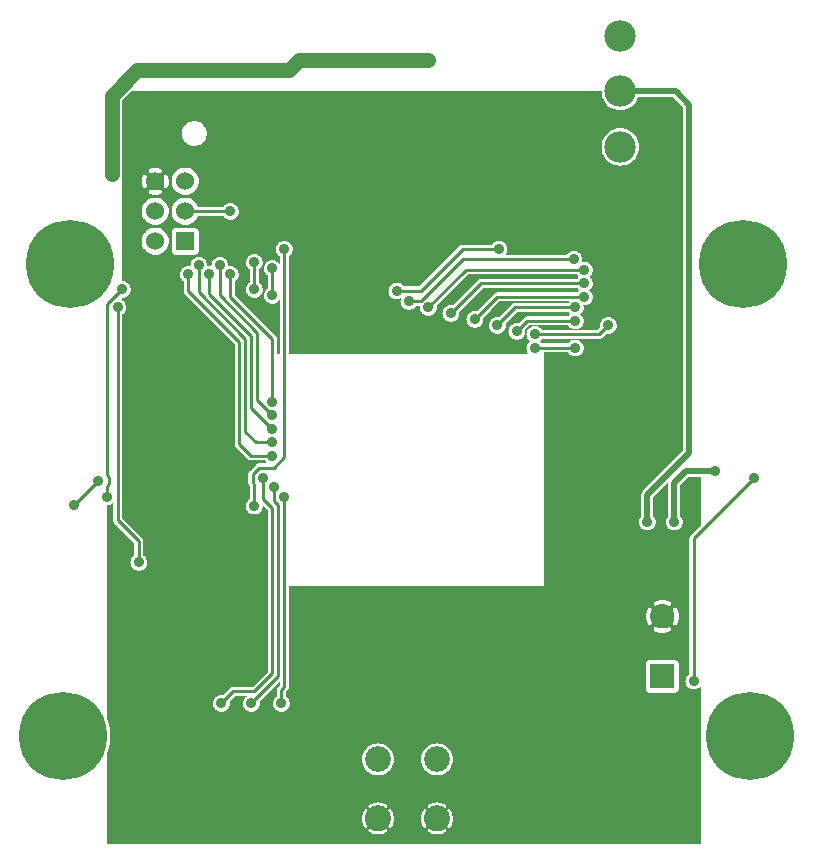
<source format=gbr>
G04 start of page 3 for group 1 idx 1 *
G04 Title: (unknown), bottom *
G04 Creator: pcb 20110918 *
G04 CreationDate: Thu 09 Jul 2015 02:06:34 AM GMT UTC *
G04 For: petersen *
G04 Format: Gerber/RS-274X *
G04 PCB-Dimensions: 269500 307800 *
G04 PCB-Coordinate-Origin: lower left *
%MOIN*%
%FSLAX25Y25*%
%LNBOTTOM*%
%ADD58C,0.0750*%
%ADD57C,0.0480*%
%ADD56C,0.0430*%
%ADD55C,0.0630*%
%ADD54C,0.0380*%
%ADD53C,0.1285*%
%ADD52C,0.0360*%
%ADD51C,0.1050*%
%ADD50C,0.0800*%
%ADD49C,0.0860*%
%ADD48C,0.0600*%
%ADD47C,0.2937*%
%ADD46C,0.0200*%
%ADD45C,0.0500*%
%ADD44C,0.0100*%
%ADD43C,0.0001*%
G54D43*G36*
X233000Y60021D02*Y6800D01*
X224493D01*
Y57380D01*
X224683Y57459D01*
X224884Y57583D01*
X225064Y57736D01*
X225217Y57916D01*
X225341Y58117D01*
X225431Y58335D01*
X225486Y58565D01*
X225500Y58800D01*
X225486Y67035D01*
X225431Y67265D01*
X225341Y67483D01*
X225217Y67684D01*
X225064Y67864D01*
X224884Y68017D01*
X224683Y68141D01*
X224493Y68220D01*
Y79945D01*
X224578Y79981D01*
X224679Y80043D01*
X224769Y80119D01*
X224845Y80209D01*
X224905Y80311D01*
X225122Y80780D01*
X225289Y81269D01*
X225409Y81772D01*
X225482Y82284D01*
X225506Y82800D01*
X225482Y83316D01*
X225409Y83828D01*
X225289Y84331D01*
X225122Y84820D01*
X224910Y85292D01*
X224849Y85393D01*
X224772Y85484D01*
X224682Y85561D01*
X224580Y85623D01*
X224493Y85660D01*
Y92800D01*
X229000D01*
Y63665D01*
X228849Y63572D01*
X228514Y63286D01*
X228228Y62951D01*
X227997Y62575D01*
X227829Y62168D01*
X227726Y61739D01*
X227691Y61300D01*
X227726Y60861D01*
X227829Y60432D01*
X227997Y60025D01*
X228228Y59649D01*
X228514Y59314D01*
X228849Y59028D01*
X229225Y58797D01*
X229632Y58629D01*
X230061Y58526D01*
X230500Y58491D01*
X230939Y58526D01*
X231368Y58629D01*
X231775Y58797D01*
X232151Y59028D01*
X232486Y59314D01*
X232772Y59649D01*
X233000Y60021D01*
G37*
G36*
X224493Y68220D02*X224465Y68231D01*
X224235Y68286D01*
X224000Y68300D01*
X220000Y68293D01*
Y77294D01*
X220516Y77318D01*
X221028Y77391D01*
X221531Y77511D01*
X222020Y77678D01*
X222492Y77890D01*
X222593Y77951D01*
X222684Y78028D01*
X222761Y78118D01*
X222823Y78220D01*
X222869Y78329D01*
X222897Y78445D01*
X222906Y78563D01*
X222897Y78681D01*
X222870Y78797D01*
X222824Y78907D01*
X222762Y79008D01*
X222686Y79098D01*
X222595Y79176D01*
X222494Y79238D01*
X222385Y79284D01*
X222269Y79311D01*
X222151Y79321D01*
X222032Y79312D01*
X221917Y79284D01*
X221808Y79237D01*
X221468Y79079D01*
X221112Y78958D01*
X220747Y78870D01*
X220375Y78818D01*
X220000Y78800D01*
Y86800D01*
X220375Y86782D01*
X220747Y86730D01*
X221112Y86642D01*
X221468Y86521D01*
X221810Y86367D01*
X221918Y86320D01*
X222033Y86293D01*
X222151Y86283D01*
X222268Y86293D01*
X222383Y86321D01*
X222492Y86366D01*
X222593Y86428D01*
X222682Y86505D01*
X222759Y86595D01*
X222820Y86695D01*
X222865Y86804D01*
X222893Y86919D01*
X222902Y87037D01*
X222892Y87155D01*
X222865Y87269D01*
X222819Y87378D01*
X222757Y87479D01*
X222681Y87569D01*
X222591Y87645D01*
X222489Y87705D01*
X222020Y87922D01*
X221531Y88089D01*
X221028Y88209D01*
X220516Y88282D01*
X220000Y88306D01*
Y92800D01*
X224493D01*
Y85660D01*
X224471Y85669D01*
X224355Y85697D01*
X224237Y85706D01*
X224119Y85697D01*
X224003Y85670D01*
X223893Y85624D01*
X223792Y85562D01*
X223702Y85486D01*
X223624Y85395D01*
X223562Y85294D01*
X223516Y85185D01*
X223489Y85069D01*
X223479Y84951D01*
X223488Y84832D01*
X223516Y84717D01*
X223563Y84608D01*
X223721Y84268D01*
X223842Y83912D01*
X223930Y83547D01*
X223982Y83175D01*
X224000Y82800D01*
X223982Y82425D01*
X223930Y82053D01*
X223842Y81688D01*
X223721Y81332D01*
X223567Y80990D01*
X223520Y80882D01*
X223493Y80767D01*
X223483Y80649D01*
X223493Y80532D01*
X223521Y80417D01*
X223566Y80308D01*
X223628Y80207D01*
X223705Y80118D01*
X223795Y80041D01*
X223895Y79980D01*
X224004Y79935D01*
X224119Y79907D01*
X224237Y79898D01*
X224355Y79908D01*
X224469Y79935D01*
X224493Y79945D01*
Y68220D01*
G37*
G36*
Y6800D02*X220000D01*
Y57307D01*
X224235Y57314D01*
X224465Y57369D01*
X224493Y57380D01*
Y6800D01*
G37*
G36*
X215507Y92800D02*X220000D01*
Y88306D01*
X219484Y88282D01*
X218972Y88209D01*
X218469Y88089D01*
X217980Y87922D01*
X217508Y87710D01*
X217407Y87649D01*
X217316Y87572D01*
X217239Y87482D01*
X217177Y87380D01*
X217131Y87271D01*
X217103Y87155D01*
X217094Y87037D01*
X217103Y86919D01*
X217130Y86803D01*
X217176Y86693D01*
X217238Y86592D01*
X217314Y86502D01*
X217405Y86424D01*
X217506Y86362D01*
X217615Y86316D01*
X217731Y86289D01*
X217849Y86279D01*
X217968Y86288D01*
X218083Y86316D01*
X218192Y86363D01*
X218532Y86521D01*
X218888Y86642D01*
X219253Y86730D01*
X219625Y86782D01*
X220000Y86800D01*
Y78800D01*
X219625Y78818D01*
X219253Y78870D01*
X218888Y78958D01*
X218532Y79079D01*
X218190Y79233D01*
X218082Y79280D01*
X217967Y79307D01*
X217849Y79317D01*
X217732Y79307D01*
X217617Y79279D01*
X217508Y79234D01*
X217407Y79172D01*
X217318Y79095D01*
X217241Y79005D01*
X217180Y78905D01*
X217135Y78796D01*
X217107Y78681D01*
X217098Y78563D01*
X217108Y78445D01*
X217135Y78331D01*
X217181Y78222D01*
X217243Y78121D01*
X217319Y78031D01*
X217409Y77955D01*
X217511Y77895D01*
X217980Y77678D01*
X218469Y77511D01*
X218972Y77391D01*
X219484Y77318D01*
X220000Y77294D01*
Y68293D01*
X215765Y68286D01*
X215535Y68231D01*
X215507Y68220D01*
Y79940D01*
X215529Y79931D01*
X215645Y79903D01*
X215763Y79894D01*
X215881Y79903D01*
X215997Y79930D01*
X216107Y79976D01*
X216208Y80038D01*
X216298Y80114D01*
X216376Y80205D01*
X216438Y80306D01*
X216484Y80415D01*
X216511Y80531D01*
X216521Y80649D01*
X216512Y80768D01*
X216484Y80883D01*
X216437Y80992D01*
X216279Y81332D01*
X216158Y81688D01*
X216070Y82053D01*
X216018Y82425D01*
X216000Y82800D01*
X216018Y83175D01*
X216070Y83547D01*
X216158Y83912D01*
X216279Y84268D01*
X216433Y84610D01*
X216480Y84718D01*
X216507Y84833D01*
X216517Y84951D01*
X216507Y85068D01*
X216479Y85183D01*
X216434Y85292D01*
X216372Y85393D01*
X216295Y85482D01*
X216205Y85559D01*
X216105Y85620D01*
X215996Y85665D01*
X215881Y85693D01*
X215763Y85702D01*
X215645Y85692D01*
X215531Y85665D01*
X215507Y85655D01*
Y92800D01*
G37*
G36*
X220000Y6800D02*X215507D01*
Y57380D01*
X215535Y57369D01*
X215765Y57314D01*
X216000Y57300D01*
X220000Y57307D01*
Y6800D01*
G37*
G36*
X215507D02*X149252D01*
Y12521D01*
X149285Y12566D01*
X149528Y12968D01*
X149730Y13393D01*
X149894Y13835D01*
X150018Y14289D01*
X150101Y14753D01*
X150143Y15222D01*
Y15692D01*
X150101Y16161D01*
X150018Y16625D01*
X149894Y17079D01*
X149730Y17521D01*
X149528Y17946D01*
X149289Y18351D01*
X149252Y18401D01*
Y32194D01*
X149580Y32729D01*
X149899Y33500D01*
X150094Y34311D01*
X150143Y35143D01*
X150094Y35975D01*
X149899Y36786D01*
X149580Y37557D01*
X149252Y38092D01*
Y92800D01*
X215507D01*
Y85655D01*
X215422Y85619D01*
X215321Y85557D01*
X215231Y85481D01*
X215155Y85391D01*
X215095Y85289D01*
X214878Y84820D01*
X214711Y84331D01*
X214591Y83828D01*
X214518Y83316D01*
X214494Y82800D01*
X214518Y82284D01*
X214591Y81772D01*
X214711Y81269D01*
X214878Y80780D01*
X215090Y80308D01*
X215151Y80207D01*
X215228Y80116D01*
X215318Y80039D01*
X215420Y79977D01*
X215507Y79940D01*
Y68220D01*
X215317Y68141D01*
X215116Y68017D01*
X214936Y67864D01*
X214783Y67684D01*
X214659Y67483D01*
X214569Y67265D01*
X214514Y67035D01*
X214500Y66800D01*
X214514Y58565D01*
X214569Y58335D01*
X214659Y58117D01*
X214783Y57916D01*
X214936Y57736D01*
X215116Y57583D01*
X215317Y57459D01*
X215507Y57380D01*
Y6800D01*
G37*
G36*
X149252Y38092D02*X149144Y38268D01*
X148602Y38902D01*
X147968Y39444D01*
X147257Y39880D01*
X146486Y40199D01*
X145675Y40394D01*
X144843Y40459D01*
X144835Y40459D01*
Y92800D01*
X149252D01*
Y38092D01*
G37*
G36*
Y6800D02*X144835D01*
Y10157D01*
X145078D01*
X145547Y10199D01*
X146011Y10282D01*
X146465Y10406D01*
X146907Y10570D01*
X147332Y10772D01*
X147737Y11011D01*
X147801Y11059D01*
X147855Y11116D01*
X147900Y11182D01*
X147934Y11254D01*
X147957Y11330D01*
X147967Y11408D01*
X147965Y11488D01*
X147950Y11566D01*
X147924Y11641D01*
X147886Y11710D01*
X147837Y11773D01*
X147780Y11828D01*
X147714Y11873D01*
X147642Y11907D01*
X147566Y11929D01*
X147488Y11939D01*
X147408Y11937D01*
X147330Y11923D01*
X147255Y11896D01*
X147187Y11857D01*
X146860Y11660D01*
X146516Y11496D01*
X146158Y11363D01*
X145790Y11262D01*
X145414Y11195D01*
X145034Y11161D01*
X144835D01*
Y19753D01*
X145034D01*
X145414Y19719D01*
X145790Y19652D01*
X146158Y19551D01*
X146516Y19418D01*
X146860Y19254D01*
X147189Y19061D01*
X147257Y19022D01*
X147331Y18995D01*
X147409Y18981D01*
X147487Y18979D01*
X147565Y18989D01*
X147641Y19011D01*
X147712Y19045D01*
X147777Y19090D01*
X147834Y19144D01*
X147882Y19206D01*
X147920Y19275D01*
X147946Y19349D01*
X147960Y19427D01*
X147963Y19505D01*
X147952Y19583D01*
X147930Y19659D01*
X147896Y19730D01*
X147852Y19795D01*
X147798Y19852D01*
X147734Y19899D01*
X147332Y20142D01*
X146907Y20344D01*
X146465Y20508D01*
X146011Y20632D01*
X145547Y20715D01*
X145078Y20757D01*
X144835D01*
Y29827D01*
X144843Y29827D01*
X145675Y29892D01*
X146486Y30087D01*
X147257Y30406D01*
X147968Y30842D01*
X148602Y31384D01*
X149144Y32018D01*
X149252Y32194D01*
Y18401D01*
X149241Y18415D01*
X149184Y18469D01*
X149118Y18514D01*
X149046Y18548D01*
X148970Y18571D01*
X148892Y18581D01*
X148812Y18579D01*
X148734Y18564D01*
X148659Y18538D01*
X148590Y18500D01*
X148527Y18451D01*
X148472Y18394D01*
X148427Y18328D01*
X148393Y18256D01*
X148371Y18180D01*
X148361Y18102D01*
X148363Y18022D01*
X148377Y17944D01*
X148404Y17869D01*
X148443Y17801D01*
X148640Y17474D01*
X148804Y17130D01*
X148937Y16772D01*
X149038Y16404D01*
X149105Y16028D01*
X149139Y15648D01*
Y15266D01*
X149105Y14886D01*
X149038Y14510D01*
X148937Y14142D01*
X148804Y13784D01*
X148640Y13440D01*
X148447Y13111D01*
X148408Y13043D01*
X148381Y12969D01*
X148367Y12891D01*
X148365Y12813D01*
X148375Y12735D01*
X148397Y12659D01*
X148431Y12588D01*
X148476Y12523D01*
X148530Y12466D01*
X148592Y12418D01*
X148661Y12380D01*
X148735Y12354D01*
X148813Y12340D01*
X148891Y12337D01*
X148969Y12348D01*
X149045Y12370D01*
X149116Y12404D01*
X149181Y12448D01*
X149238Y12502D01*
X149252Y12521D01*
Y6800D01*
G37*
G36*
X140434Y92800D02*X144835D01*
Y40459D01*
X144011Y40394D01*
X143200Y40199D01*
X142429Y39880D01*
X141718Y39444D01*
X141084Y38902D01*
X140542Y38268D01*
X140434Y38092D01*
Y92800D01*
G37*
G36*
X144835Y6800D02*X140434D01*
Y12513D01*
X140445Y12499D01*
X140502Y12445D01*
X140568Y12400D01*
X140640Y12366D01*
X140716Y12343D01*
X140794Y12333D01*
X140874Y12335D01*
X140952Y12350D01*
X141027Y12376D01*
X141096Y12414D01*
X141159Y12463D01*
X141214Y12520D01*
X141259Y12586D01*
X141293Y12658D01*
X141315Y12734D01*
X141325Y12812D01*
X141323Y12892D01*
X141309Y12970D01*
X141282Y13045D01*
X141243Y13113D01*
X141046Y13440D01*
X140882Y13784D01*
X140749Y14142D01*
X140648Y14510D01*
X140581Y14886D01*
X140547Y15266D01*
Y15648D01*
X140581Y16028D01*
X140648Y16404D01*
X140749Y16772D01*
X140882Y17130D01*
X141046Y17474D01*
X141239Y17803D01*
X141278Y17871D01*
X141305Y17945D01*
X141319Y18023D01*
X141321Y18101D01*
X141311Y18179D01*
X141289Y18255D01*
X141255Y18326D01*
X141210Y18391D01*
X141156Y18448D01*
X141094Y18496D01*
X141025Y18534D01*
X140951Y18560D01*
X140873Y18574D01*
X140795Y18577D01*
X140717Y18566D01*
X140641Y18544D01*
X140570Y18510D01*
X140505Y18466D01*
X140448Y18412D01*
X140434Y18393D01*
Y32194D01*
X140542Y32018D01*
X141084Y31384D01*
X141718Y30842D01*
X142429Y30406D01*
X143200Y30087D01*
X144011Y29892D01*
X144835Y29827D01*
Y20757D01*
X144608D01*
X144139Y20715D01*
X143675Y20632D01*
X143221Y20508D01*
X142779Y20344D01*
X142354Y20142D01*
X141949Y19903D01*
X141885Y19855D01*
X141831Y19798D01*
X141786Y19732D01*
X141752Y19660D01*
X141729Y19584D01*
X141719Y19506D01*
X141721Y19426D01*
X141736Y19348D01*
X141762Y19273D01*
X141800Y19204D01*
X141849Y19141D01*
X141906Y19086D01*
X141972Y19041D01*
X142044Y19007D01*
X142120Y18985D01*
X142198Y18975D01*
X142278Y18977D01*
X142356Y18991D01*
X142431Y19018D01*
X142499Y19057D01*
X142826Y19254D01*
X143170Y19418D01*
X143528Y19551D01*
X143896Y19652D01*
X144272Y19719D01*
X144652Y19753D01*
X144835D01*
Y11161D01*
X144652D01*
X144272Y11195D01*
X143896Y11262D01*
X143528Y11363D01*
X143170Y11496D01*
X142826Y11660D01*
X142497Y11853D01*
X142429Y11892D01*
X142355Y11919D01*
X142277Y11933D01*
X142199Y11935D01*
X142121Y11925D01*
X142045Y11903D01*
X141974Y11869D01*
X141909Y11824D01*
X141852Y11770D01*
X141804Y11708D01*
X141766Y11639D01*
X141740Y11565D01*
X141726Y11487D01*
X141723Y11409D01*
X141734Y11331D01*
X141756Y11255D01*
X141790Y11184D01*
X141834Y11119D01*
X141888Y11062D01*
X141952Y11015D01*
X142354Y10772D01*
X142779Y10570D01*
X143221Y10406D01*
X143675Y10282D01*
X144139Y10199D01*
X144608Y10157D01*
X144835D01*
Y6800D01*
G37*
G36*
X140434D02*X129566D01*
Y12521D01*
X129599Y12566D01*
X129842Y12968D01*
X130044Y13393D01*
X130208Y13835D01*
X130332Y14289D01*
X130415Y14753D01*
X130457Y15222D01*
Y15692D01*
X130415Y16161D01*
X130332Y16625D01*
X130208Y17079D01*
X130044Y17521D01*
X129842Y17946D01*
X129603Y18351D01*
X129566Y18401D01*
Y32194D01*
X129894Y32729D01*
X130213Y33500D01*
X130408Y34311D01*
X130457Y35143D01*
X130408Y35975D01*
X130213Y36786D01*
X129894Y37557D01*
X129566Y38092D01*
Y92800D01*
X140434D01*
Y38092D01*
X140106Y37557D01*
X139787Y36786D01*
X139592Y35975D01*
X139527Y35143D01*
X139592Y34311D01*
X139787Y33500D01*
X140106Y32729D01*
X140434Y32194D01*
Y18393D01*
X140401Y18348D01*
X140158Y17946D01*
X139956Y17521D01*
X139792Y17079D01*
X139668Y16625D01*
X139585Y16161D01*
X139543Y15692D01*
Y15222D01*
X139585Y14753D01*
X139668Y14289D01*
X139792Y13835D01*
X139956Y13393D01*
X140158Y12968D01*
X140397Y12563D01*
X140434Y12513D01*
Y6800D01*
G37*
G36*
X129566Y38092D02*X129458Y38268D01*
X128916Y38902D01*
X128282Y39444D01*
X127571Y39880D01*
X126800Y40199D01*
X125989Y40394D01*
X125157Y40459D01*
X125149Y40459D01*
Y92800D01*
X129566D01*
Y38092D01*
G37*
G36*
Y6800D02*X125149D01*
Y10157D01*
X125392D01*
X125861Y10199D01*
X126325Y10282D01*
X126779Y10406D01*
X127221Y10570D01*
X127646Y10772D01*
X128051Y11011D01*
X128115Y11059D01*
X128169Y11116D01*
X128214Y11182D01*
X128248Y11254D01*
X128271Y11330D01*
X128281Y11408D01*
X128279Y11488D01*
X128264Y11566D01*
X128238Y11641D01*
X128200Y11710D01*
X128151Y11773D01*
X128094Y11828D01*
X128028Y11873D01*
X127956Y11907D01*
X127880Y11929D01*
X127802Y11939D01*
X127722Y11937D01*
X127644Y11923D01*
X127569Y11896D01*
X127501Y11857D01*
X127174Y11660D01*
X126830Y11496D01*
X126472Y11363D01*
X126104Y11262D01*
X125728Y11195D01*
X125348Y11161D01*
X125149D01*
Y19753D01*
X125348D01*
X125728Y19719D01*
X126104Y19652D01*
X126472Y19551D01*
X126830Y19418D01*
X127174Y19254D01*
X127503Y19061D01*
X127571Y19022D01*
X127645Y18995D01*
X127723Y18981D01*
X127801Y18979D01*
X127879Y18989D01*
X127955Y19011D01*
X128026Y19045D01*
X128091Y19090D01*
X128148Y19144D01*
X128196Y19206D01*
X128234Y19275D01*
X128260Y19349D01*
X128274Y19427D01*
X128277Y19505D01*
X128266Y19583D01*
X128244Y19659D01*
X128210Y19730D01*
X128166Y19795D01*
X128112Y19852D01*
X128048Y19899D01*
X127646Y20142D01*
X127221Y20344D01*
X126779Y20508D01*
X126325Y20632D01*
X125861Y20715D01*
X125392Y20757D01*
X125149D01*
Y29827D01*
X125157Y29827D01*
X125989Y29892D01*
X126800Y30087D01*
X127571Y30406D01*
X128282Y30842D01*
X128916Y31384D01*
X129458Y32018D01*
X129566Y32194D01*
Y18401D01*
X129555Y18415D01*
X129498Y18469D01*
X129432Y18514D01*
X129360Y18548D01*
X129284Y18571D01*
X129206Y18581D01*
X129126Y18579D01*
X129048Y18564D01*
X128973Y18538D01*
X128904Y18500D01*
X128841Y18451D01*
X128786Y18394D01*
X128741Y18328D01*
X128707Y18256D01*
X128685Y18180D01*
X128675Y18102D01*
X128677Y18022D01*
X128691Y17944D01*
X128718Y17869D01*
X128757Y17801D01*
X128954Y17474D01*
X129118Y17130D01*
X129251Y16772D01*
X129352Y16404D01*
X129419Y16028D01*
X129453Y15648D01*
Y15266D01*
X129419Y14886D01*
X129352Y14510D01*
X129251Y14142D01*
X129118Y13784D01*
X128954Y13440D01*
X128761Y13111D01*
X128722Y13043D01*
X128695Y12969D01*
X128681Y12891D01*
X128679Y12813D01*
X128689Y12735D01*
X128711Y12659D01*
X128745Y12588D01*
X128790Y12523D01*
X128844Y12466D01*
X128906Y12418D01*
X128975Y12380D01*
X129049Y12354D01*
X129127Y12340D01*
X129205Y12337D01*
X129283Y12348D01*
X129359Y12370D01*
X129430Y12404D01*
X129495Y12448D01*
X129552Y12502D01*
X129566Y12521D01*
Y6800D01*
G37*
G36*
X120748Y92800D02*X125149D01*
Y40459D01*
X124325Y40394D01*
X123514Y40199D01*
X122743Y39880D01*
X122032Y39444D01*
X121398Y38902D01*
X120856Y38268D01*
X120748Y38092D01*
Y92800D01*
G37*
G36*
X125149Y6800D02*X120748D01*
Y12513D01*
X120759Y12499D01*
X120816Y12445D01*
X120882Y12400D01*
X120954Y12366D01*
X121030Y12343D01*
X121108Y12333D01*
X121188Y12335D01*
X121266Y12350D01*
X121341Y12376D01*
X121410Y12414D01*
X121473Y12463D01*
X121528Y12520D01*
X121573Y12586D01*
X121607Y12658D01*
X121629Y12734D01*
X121639Y12812D01*
X121637Y12892D01*
X121623Y12970D01*
X121596Y13045D01*
X121557Y13113D01*
X121360Y13440D01*
X121196Y13784D01*
X121063Y14142D01*
X120962Y14510D01*
X120895Y14886D01*
X120861Y15266D01*
Y15648D01*
X120895Y16028D01*
X120962Y16404D01*
X121063Y16772D01*
X121196Y17130D01*
X121360Y17474D01*
X121553Y17803D01*
X121592Y17871D01*
X121619Y17945D01*
X121633Y18023D01*
X121635Y18101D01*
X121625Y18179D01*
X121603Y18255D01*
X121569Y18326D01*
X121524Y18391D01*
X121470Y18448D01*
X121408Y18496D01*
X121339Y18534D01*
X121265Y18560D01*
X121187Y18574D01*
X121109Y18577D01*
X121031Y18566D01*
X120955Y18544D01*
X120884Y18510D01*
X120819Y18466D01*
X120762Y18412D01*
X120748Y18393D01*
Y32194D01*
X120856Y32018D01*
X121398Y31384D01*
X122032Y30842D01*
X122743Y30406D01*
X123514Y30087D01*
X124325Y29892D01*
X125149Y29827D01*
Y20757D01*
X124922D01*
X124453Y20715D01*
X123989Y20632D01*
X123535Y20508D01*
X123093Y20344D01*
X122668Y20142D01*
X122263Y19903D01*
X122199Y19855D01*
X122145Y19798D01*
X122100Y19732D01*
X122066Y19660D01*
X122043Y19584D01*
X122033Y19506D01*
X122035Y19426D01*
X122050Y19348D01*
X122076Y19273D01*
X122114Y19204D01*
X122163Y19141D01*
X122220Y19086D01*
X122286Y19041D01*
X122358Y19007D01*
X122434Y18985D01*
X122512Y18975D01*
X122592Y18977D01*
X122670Y18991D01*
X122745Y19018D01*
X122813Y19057D01*
X123140Y19254D01*
X123484Y19418D01*
X123842Y19551D01*
X124210Y19652D01*
X124586Y19719D01*
X124966Y19753D01*
X125149D01*
Y11161D01*
X124966D01*
X124586Y11195D01*
X124210Y11262D01*
X123842Y11363D01*
X123484Y11496D01*
X123140Y11660D01*
X122811Y11853D01*
X122743Y11892D01*
X122669Y11919D01*
X122591Y11933D01*
X122513Y11935D01*
X122435Y11925D01*
X122359Y11903D01*
X122288Y11869D01*
X122223Y11824D01*
X122166Y11770D01*
X122118Y11708D01*
X122080Y11639D01*
X122054Y11565D01*
X122040Y11487D01*
X122037Y11409D01*
X122048Y11331D01*
X122070Y11255D01*
X122104Y11184D01*
X122148Y11119D01*
X122202Y11062D01*
X122266Y11015D01*
X122668Y10772D01*
X123093Y10570D01*
X123535Y10406D01*
X123989Y10282D01*
X124453Y10199D01*
X124922Y10157D01*
X125149D01*
Y6800D01*
G37*
G36*
X120748D02*X35000D01*
Y37284D01*
X35312Y38038D01*
X35889Y40439D01*
X36034Y42900D01*
X35889Y45361D01*
X35312Y47762D01*
X35000Y48516D01*
Y92800D01*
X88500D01*
Y64421D01*
X83379Y59300D01*
X77059D01*
X77000Y59305D01*
X76765Y59286D01*
X76535Y59231D01*
X76317Y59141D01*
X76116Y59017D01*
X76115Y59017D01*
X75936Y58864D01*
X75898Y58819D01*
X73611Y56533D01*
X73439Y56574D01*
X73000Y56609D01*
X72561Y56574D01*
X72132Y56471D01*
X71725Y56303D01*
X71349Y56072D01*
X71014Y55786D01*
X70728Y55451D01*
X70497Y55075D01*
X70329Y54668D01*
X70226Y54239D01*
X70191Y53800D01*
X70226Y53361D01*
X70329Y52932D01*
X70497Y52525D01*
X70728Y52149D01*
X71014Y51814D01*
X71349Y51528D01*
X71725Y51297D01*
X72132Y51129D01*
X72561Y51026D01*
X73000Y50991D01*
X73439Y51026D01*
X73868Y51129D01*
X74275Y51297D01*
X74651Y51528D01*
X74986Y51814D01*
X75272Y52149D01*
X75503Y52525D01*
X75671Y52932D01*
X75774Y53361D01*
X75800Y53800D01*
X75774Y54239D01*
X75733Y54411D01*
X77621Y56300D01*
X81721D01*
X81349Y56072D01*
X81014Y55786D01*
X80728Y55451D01*
X80497Y55075D01*
X80329Y54668D01*
X80226Y54239D01*
X80191Y53800D01*
X80226Y53361D01*
X80329Y52932D01*
X80497Y52525D01*
X80728Y52149D01*
X81014Y51814D01*
X81349Y51528D01*
X81725Y51297D01*
X82132Y51129D01*
X82561Y51026D01*
X83000Y50991D01*
X83439Y51026D01*
X83868Y51129D01*
X84275Y51297D01*
X84651Y51528D01*
X84986Y51814D01*
X85272Y52149D01*
X85503Y52525D01*
X85671Y52932D01*
X85774Y53361D01*
X85800Y53800D01*
X85774Y54239D01*
X85733Y54411D01*
X92500Y61179D01*
Y59921D01*
X91981Y59402D01*
X91936Y59364D01*
X91783Y59184D01*
X91659Y58983D01*
X91569Y58765D01*
X91514Y58535D01*
X91514Y58535D01*
X91495Y58300D01*
X91500Y58241D01*
Y56165D01*
X91349Y56072D01*
X91014Y55786D01*
X90728Y55451D01*
X90497Y55075D01*
X90329Y54668D01*
X90226Y54239D01*
X90191Y53800D01*
X90226Y53361D01*
X90329Y52932D01*
X90497Y52525D01*
X90728Y52149D01*
X91014Y51814D01*
X91349Y51528D01*
X91725Y51297D01*
X92132Y51129D01*
X92561Y51026D01*
X93000Y50991D01*
X93439Y51026D01*
X93868Y51129D01*
X94275Y51297D01*
X94651Y51528D01*
X94986Y51814D01*
X95272Y52149D01*
X95503Y52525D01*
X95671Y52932D01*
X95774Y53361D01*
X95800Y53800D01*
X95774Y54239D01*
X95671Y54668D01*
X95503Y55075D01*
X95272Y55451D01*
X94986Y55786D01*
X94651Y56072D01*
X94500Y56165D01*
Y57679D01*
X95019Y58198D01*
X95064Y58236D01*
X95217Y58415D01*
X95217Y58416D01*
X95341Y58617D01*
X95431Y58835D01*
X95486Y59065D01*
X95505Y59300D01*
X95500Y59359D01*
Y92800D01*
X120748D01*
Y38092D01*
X120420Y37557D01*
X120101Y36786D01*
X119906Y35975D01*
X119841Y35143D01*
X119906Y34311D01*
X120101Y33500D01*
X120420Y32729D01*
X120748Y32194D01*
Y18393D01*
X120715Y18348D01*
X120472Y17946D01*
X120270Y17521D01*
X120106Y17079D01*
X119982Y16625D01*
X119899Y16161D01*
X119857Y15692D01*
Y15222D01*
X119899Y14753D01*
X119982Y14289D01*
X120106Y13835D01*
X120270Y13393D01*
X120472Y12968D01*
X120711Y12563D01*
X120748Y12513D01*
Y6800D01*
G37*
G36*
X88721Y133800D02*X85559D01*
X85500Y133805D01*
X85265Y133786D01*
X85035Y133731D01*
X84817Y133641D01*
X84616Y133517D01*
X84615Y133517D01*
X84436Y133364D01*
X84398Y133319D01*
X82481Y131402D01*
X82436Y131364D01*
X82283Y131184D01*
X82159Y130983D01*
X82069Y130765D01*
X82014Y130535D01*
X82014Y130535D01*
X81995Y130300D01*
X82000Y130241D01*
Y127359D01*
X81995Y127300D01*
X82014Y127065D01*
X82069Y126835D01*
X82159Y126617D01*
X82283Y126416D01*
X82436Y126236D01*
X82481Y126198D01*
X82500Y126179D01*
Y121941D01*
X82349Y121848D01*
X82014Y121562D01*
X81728Y121227D01*
X81497Y120851D01*
X81329Y120444D01*
X81226Y120015D01*
X81191Y119576D01*
X81226Y119137D01*
X81329Y118708D01*
X81497Y118301D01*
X81728Y117925D01*
X82014Y117590D01*
X82349Y117304D01*
X82725Y117073D01*
X83132Y116905D01*
X83561Y116802D01*
X84000Y116767D01*
X84439Y116802D01*
X84868Y116905D01*
X85275Y117073D01*
X85651Y117304D01*
X85986Y117590D01*
X86272Y117925D01*
X86503Y118301D01*
X86671Y118708D01*
X86774Y119137D01*
X86800Y119576D01*
X86781Y119898D01*
X88500Y118179D01*
Y89300D01*
X35000D01*
Y119916D01*
X35439Y119951D01*
X35868Y120054D01*
X36275Y120222D01*
X36651Y120453D01*
X36986Y120739D01*
X37000Y120755D01*
Y114859D01*
X36995Y114800D01*
X37014Y114565D01*
X37069Y114335D01*
X37159Y114117D01*
X37283Y113916D01*
X37283Y113915D01*
X37436Y113736D01*
X37481Y113698D01*
X44000Y107179D01*
Y103165D01*
X43849Y103072D01*
X43514Y102786D01*
X43228Y102451D01*
X42997Y102075D01*
X42829Y101668D01*
X42726Y101239D01*
X42691Y100800D01*
X42726Y100361D01*
X42829Y99932D01*
X42997Y99525D01*
X43228Y99149D01*
X43514Y98814D01*
X43849Y98528D01*
X44225Y98297D01*
X44632Y98129D01*
X45061Y98026D01*
X45500Y97991D01*
X45939Y98026D01*
X46368Y98129D01*
X46775Y98297D01*
X47151Y98528D01*
X47486Y98814D01*
X47772Y99149D01*
X48003Y99525D01*
X48171Y99932D01*
X48274Y100361D01*
X48300Y100800D01*
X48274Y101239D01*
X48171Y101668D01*
X48003Y102075D01*
X47772Y102451D01*
X47486Y102786D01*
X47151Y103072D01*
X47000Y103165D01*
Y107741D01*
X47005Y107800D01*
X46986Y108035D01*
X46986Y108035D01*
X46931Y108265D01*
X46841Y108483D01*
X46717Y108684D01*
X46564Y108864D01*
X46519Y108902D01*
X40000Y115421D01*
Y174300D01*
X76879D01*
X77500Y173679D01*
Y140359D01*
X77495Y140300D01*
X77514Y140065D01*
X77569Y139835D01*
X77659Y139617D01*
X77783Y139416D01*
X77783Y139415D01*
X77936Y139236D01*
X77981Y139198D01*
X81898Y135281D01*
X81936Y135236D01*
X82116Y135083D01*
X82317Y134959D01*
X82535Y134869D01*
X82765Y134814D01*
X83000Y134795D01*
X83059Y134800D01*
X87635D01*
X87728Y134649D01*
X88014Y134314D01*
X88349Y134028D01*
X88721Y133800D01*
G37*
G36*
X168000Y88800D02*X197000D01*
Y11800D01*
X168000D01*
Y88800D01*
G37*
G36*
X220000Y173300D02*X227000D01*
Y138128D01*
X220000Y131128D01*
Y173300D01*
G37*
G36*
X233000Y56300D02*X224493D01*
Y57380D01*
X224683Y57459D01*
X224884Y57583D01*
X225064Y57736D01*
X225217Y57916D01*
X225341Y58117D01*
X225431Y58335D01*
X225486Y58565D01*
X225500Y58800D01*
X225486Y67035D01*
X225431Y67265D01*
X225341Y67483D01*
X225217Y67684D01*
X225064Y67864D01*
X224884Y68017D01*
X224683Y68141D01*
X224493Y68220D01*
Y79945D01*
X224578Y79981D01*
X224679Y80043D01*
X224769Y80119D01*
X224845Y80209D01*
X224905Y80311D01*
X225122Y80780D01*
X225289Y81269D01*
X225409Y81772D01*
X225482Y82284D01*
X225506Y82800D01*
X225482Y83316D01*
X225409Y83828D01*
X225289Y84331D01*
X225122Y84820D01*
X224910Y85292D01*
X224849Y85393D01*
X224772Y85484D01*
X224682Y85561D01*
X224580Y85623D01*
X224493Y85660D01*
Y111539D01*
X224868Y111629D01*
X225275Y111797D01*
X225651Y112028D01*
X225986Y112314D01*
X226272Y112649D01*
X226503Y113025D01*
X226671Y113432D01*
X226774Y113861D01*
X226800Y114300D01*
X226774Y114739D01*
X226671Y115168D01*
X226503Y115575D01*
X226272Y115951D01*
X226000Y116270D01*
Y126472D01*
X228828Y129300D01*
X233000D01*
Y113421D01*
X229481Y109902D01*
X229436Y109864D01*
X229283Y109684D01*
X229159Y109483D01*
X229069Y109265D01*
X229014Y109035D01*
X229014Y109035D01*
X228995Y108800D01*
X229000Y108741D01*
Y63665D01*
X228849Y63572D01*
X228514Y63286D01*
X228228Y62951D01*
X227997Y62575D01*
X227829Y62168D01*
X227726Y61739D01*
X227691Y61300D01*
X227726Y60861D01*
X227829Y60432D01*
X227997Y60025D01*
X228228Y59649D01*
X228514Y59314D01*
X228849Y59028D01*
X229225Y58797D01*
X229632Y58629D01*
X230061Y58526D01*
X230500Y58491D01*
X230939Y58526D01*
X231368Y58629D01*
X231775Y58797D01*
X232151Y59028D01*
X232486Y59314D01*
X232772Y59649D01*
X233000Y60021D01*
Y56300D01*
G37*
G36*
X224493Y68220D02*X224465Y68231D01*
X224235Y68286D01*
X224000Y68300D01*
X220000Y68293D01*
Y77294D01*
X220516Y77318D01*
X221028Y77391D01*
X221531Y77511D01*
X222020Y77678D01*
X222492Y77890D01*
X222593Y77951D01*
X222684Y78028D01*
X222761Y78118D01*
X222823Y78220D01*
X222869Y78329D01*
X222897Y78445D01*
X222906Y78563D01*
X222897Y78681D01*
X222870Y78797D01*
X222824Y78907D01*
X222762Y79008D01*
X222686Y79098D01*
X222595Y79176D01*
X222494Y79238D01*
X222385Y79284D01*
X222269Y79311D01*
X222151Y79321D01*
X222032Y79312D01*
X221917Y79284D01*
X221808Y79237D01*
X221468Y79079D01*
X221112Y78958D01*
X220747Y78870D01*
X220375Y78818D01*
X220000Y78800D01*
Y86800D01*
X220375Y86782D01*
X220747Y86730D01*
X221112Y86642D01*
X221468Y86521D01*
X221810Y86367D01*
X221918Y86320D01*
X222033Y86293D01*
X222151Y86283D01*
X222268Y86293D01*
X222383Y86321D01*
X222492Y86366D01*
X222593Y86428D01*
X222682Y86505D01*
X222759Y86595D01*
X222820Y86695D01*
X222865Y86804D01*
X222893Y86919D01*
X222902Y87037D01*
X222892Y87155D01*
X222865Y87269D01*
X222819Y87378D01*
X222757Y87479D01*
X222681Y87569D01*
X222591Y87645D01*
X222489Y87705D01*
X222020Y87922D01*
X221531Y88089D01*
X221028Y88209D01*
X220516Y88282D01*
X220000Y88306D01*
Y125472D01*
X222008Y127480D01*
X221994Y127300D01*
X222000Y127222D01*
Y116270D01*
X221728Y115951D01*
X221497Y115575D01*
X221329Y115168D01*
X221226Y114739D01*
X221191Y114300D01*
X221226Y113861D01*
X221329Y113432D01*
X221497Y113025D01*
X221728Y112649D01*
X222014Y112314D01*
X222349Y112028D01*
X222725Y111797D01*
X223132Y111629D01*
X223561Y111526D01*
X224000Y111491D01*
X224439Y111526D01*
X224493Y111539D01*
Y85660D01*
X224471Y85669D01*
X224355Y85697D01*
X224237Y85706D01*
X224119Y85697D01*
X224003Y85670D01*
X223893Y85624D01*
X223792Y85562D01*
X223702Y85486D01*
X223624Y85395D01*
X223562Y85294D01*
X223516Y85185D01*
X223489Y85069D01*
X223479Y84951D01*
X223488Y84832D01*
X223516Y84717D01*
X223563Y84608D01*
X223721Y84268D01*
X223842Y83912D01*
X223930Y83547D01*
X223982Y83175D01*
X224000Y82800D01*
X223982Y82425D01*
X223930Y82053D01*
X223842Y81688D01*
X223721Y81332D01*
X223567Y80990D01*
X223520Y80882D01*
X223493Y80767D01*
X223483Y80649D01*
X223493Y80532D01*
X223521Y80417D01*
X223566Y80308D01*
X223628Y80207D01*
X223705Y80118D01*
X223795Y80041D01*
X223895Y79980D01*
X224004Y79935D01*
X224119Y79907D01*
X224237Y79898D01*
X224355Y79908D01*
X224469Y79935D01*
X224493Y79945D01*
Y68220D01*
G37*
G36*
Y56300D02*X220000D01*
Y57307D01*
X224235Y57314D01*
X224465Y57369D01*
X224493Y57380D01*
Y56300D01*
G37*
G36*
X215507Y111542D02*X215868Y111629D01*
X216275Y111797D01*
X216651Y112028D01*
X216986Y112314D01*
X217272Y112649D01*
X217503Y113025D01*
X217671Y113432D01*
X217774Y113861D01*
X217800Y114300D01*
X217774Y114739D01*
X217671Y115168D01*
X217503Y115575D01*
X217272Y115951D01*
X217000Y116270D01*
Y122472D01*
X220000Y125472D01*
Y88306D01*
X219484Y88282D01*
X218972Y88209D01*
X218469Y88089D01*
X217980Y87922D01*
X217508Y87710D01*
X217407Y87649D01*
X217316Y87572D01*
X217239Y87482D01*
X217177Y87380D01*
X217131Y87271D01*
X217103Y87155D01*
X217094Y87037D01*
X217103Y86919D01*
X217130Y86803D01*
X217176Y86693D01*
X217238Y86592D01*
X217314Y86502D01*
X217405Y86424D01*
X217506Y86362D01*
X217615Y86316D01*
X217731Y86289D01*
X217849Y86279D01*
X217968Y86288D01*
X218083Y86316D01*
X218192Y86363D01*
X218532Y86521D01*
X218888Y86642D01*
X219253Y86730D01*
X219625Y86782D01*
X220000Y86800D01*
Y78800D01*
X219625Y78818D01*
X219253Y78870D01*
X218888Y78958D01*
X218532Y79079D01*
X218190Y79233D01*
X218082Y79280D01*
X217967Y79307D01*
X217849Y79317D01*
X217732Y79307D01*
X217617Y79279D01*
X217508Y79234D01*
X217407Y79172D01*
X217318Y79095D01*
X217241Y79005D01*
X217180Y78905D01*
X217135Y78796D01*
X217107Y78681D01*
X217098Y78563D01*
X217108Y78445D01*
X217135Y78331D01*
X217181Y78222D01*
X217243Y78121D01*
X217319Y78031D01*
X217409Y77955D01*
X217511Y77895D01*
X217980Y77678D01*
X218469Y77511D01*
X218972Y77391D01*
X219484Y77318D01*
X220000Y77294D01*
Y68293D01*
X215765Y68286D01*
X215535Y68231D01*
X215507Y68220D01*
Y79940D01*
X215529Y79931D01*
X215645Y79903D01*
X215763Y79894D01*
X215881Y79903D01*
X215997Y79930D01*
X216107Y79976D01*
X216208Y80038D01*
X216298Y80114D01*
X216376Y80205D01*
X216438Y80306D01*
X216484Y80415D01*
X216511Y80531D01*
X216521Y80649D01*
X216512Y80768D01*
X216484Y80883D01*
X216437Y80992D01*
X216279Y81332D01*
X216158Y81688D01*
X216070Y82053D01*
X216018Y82425D01*
X216000Y82800D01*
X216018Y83175D01*
X216070Y83547D01*
X216158Y83912D01*
X216279Y84268D01*
X216433Y84610D01*
X216480Y84718D01*
X216507Y84833D01*
X216517Y84951D01*
X216507Y85068D01*
X216479Y85183D01*
X216434Y85292D01*
X216372Y85393D01*
X216295Y85482D01*
X216205Y85559D01*
X216105Y85620D01*
X215996Y85665D01*
X215881Y85693D01*
X215763Y85702D01*
X215645Y85692D01*
X215531Y85665D01*
X215507Y85655D01*
Y111542D01*
G37*
G36*
Y173300D02*X220000D01*
Y131128D01*
X215507Y126636D01*
Y173300D01*
G37*
G36*
X220000Y56300D02*X215507D01*
Y57380D01*
X215535Y57369D01*
X215765Y57314D01*
X216000Y57300D01*
X220000Y57307D01*
Y56300D01*
G37*
G36*
X215507D02*X180500D01*
Y170800D01*
X188635D01*
X188728Y170649D01*
X189014Y170314D01*
X189349Y170028D01*
X189725Y169797D01*
X190132Y169629D01*
X190561Y169526D01*
X191000Y169491D01*
X191439Y169526D01*
X191868Y169629D01*
X192275Y169797D01*
X192651Y170028D01*
X192986Y170314D01*
X193272Y170649D01*
X193503Y171025D01*
X193671Y171432D01*
X193774Y171861D01*
X193800Y172300D01*
X193774Y172739D01*
X193671Y173168D01*
X193616Y173300D01*
X215507D01*
Y126636D01*
X213641Y124770D01*
X213581Y124719D01*
X213377Y124479D01*
X213212Y124211D01*
X213092Y123920D01*
X213019Y123614D01*
X212994Y123300D01*
X213000Y123222D01*
Y116270D01*
X212728Y115951D01*
X212497Y115575D01*
X212329Y115168D01*
X212226Y114739D01*
X212191Y114300D01*
X212226Y113861D01*
X212329Y113432D01*
X212497Y113025D01*
X212728Y112649D01*
X213014Y112314D01*
X213349Y112028D01*
X213725Y111797D01*
X214132Y111629D01*
X214561Y111526D01*
X215000Y111491D01*
X215439Y111526D01*
X215507Y111542D01*
Y85655D01*
X215422Y85619D01*
X215321Y85557D01*
X215231Y85481D01*
X215155Y85391D01*
X215095Y85289D01*
X214878Y84820D01*
X214711Y84331D01*
X214591Y83828D01*
X214518Y83316D01*
X214494Y82800D01*
X214518Y82284D01*
X214591Y81772D01*
X214711Y81269D01*
X214878Y80780D01*
X215090Y80308D01*
X215151Y80207D01*
X215228Y80116D01*
X215318Y80039D01*
X215420Y79977D01*
X215507Y79940D01*
Y68220D01*
X215317Y68141D01*
X215116Y68017D01*
X214936Y67864D01*
X214783Y67684D01*
X214659Y67483D01*
X214569Y67265D01*
X214514Y67035D01*
X214500Y66800D01*
X214514Y58565D01*
X214569Y58335D01*
X214659Y58117D01*
X214783Y57916D01*
X214936Y57736D01*
X215116Y57583D01*
X215317Y57459D01*
X215507Y57380D01*
Y56300D01*
G37*
G36*
X162746Y192300D02*X191635D01*
X191728Y192149D01*
X192014Y191814D01*
X192323Y191550D01*
X192014Y191286D01*
X191728Y190951D01*
X191635Y190800D01*
X165059D01*
X165000Y190805D01*
X164765Y190786D01*
X164535Y190731D01*
X164317Y190641D01*
X164116Y190517D01*
X164115Y190517D01*
X163936Y190364D01*
X163898Y190319D01*
X162746Y189167D01*
Y192300D01*
G37*
G36*
Y196800D02*X191635D01*
X191728Y196649D01*
X192014Y196314D01*
X192323Y196050D01*
X192014Y195786D01*
X191728Y195451D01*
X191635Y195300D01*
X162746D01*
Y196800D01*
G37*
G36*
Y184924D02*X165621Y187800D01*
X189030D01*
X189014Y187786D01*
X188728Y187451D01*
X188635Y187300D01*
X171059D01*
X171000Y187305D01*
X170765Y187286D01*
X170535Y187231D01*
X170317Y187141D01*
X170116Y187017D01*
X170115Y187017D01*
X169936Y186864D01*
X169898Y186819D01*
X165611Y182533D01*
X165439Y182574D01*
X165000Y182609D01*
X164561Y182574D01*
X164132Y182471D01*
X163725Y182303D01*
X163349Y182072D01*
X163014Y181786D01*
X162746Y181472D01*
Y184924D01*
G37*
G36*
X205990Y251531D02*X206000Y251531D01*
X206981Y251608D01*
X207937Y251838D01*
X208846Y252214D01*
X209685Y252728D01*
X210433Y253367D01*
X211072Y254115D01*
X211586Y254954D01*
X211936Y255800D01*
X223672D01*
X227000Y252472D01*
Y170300D01*
X205990D01*
Y233031D01*
X206000Y233031D01*
X206981Y233108D01*
X207937Y233338D01*
X208846Y233714D01*
X209685Y234228D01*
X210433Y234867D01*
X211072Y235615D01*
X211586Y236454D01*
X211962Y237363D01*
X212192Y238319D01*
X212250Y239300D01*
X212192Y240281D01*
X211962Y241237D01*
X211586Y242146D01*
X211072Y242985D01*
X210433Y243733D01*
X209685Y244372D01*
X208846Y244886D01*
X207937Y245262D01*
X206981Y245492D01*
X206000Y245569D01*
X205990Y245569D01*
Y251531D01*
G37*
G36*
X179865Y175300D02*X198941D01*
X199000Y175295D01*
X199235Y175314D01*
X199235Y175314D01*
X199465Y175369D01*
X199683Y175459D01*
X199884Y175583D01*
X200064Y175736D01*
X200102Y175781D01*
X201389Y177067D01*
X201561Y177026D01*
X202000Y176991D01*
X202439Y177026D01*
X202868Y177129D01*
X203275Y177297D01*
X203651Y177528D01*
X203986Y177814D01*
X204272Y178149D01*
X204503Y178525D01*
X204671Y178932D01*
X204774Y179361D01*
X204800Y179800D01*
X204774Y180239D01*
X204671Y180668D01*
X204503Y181075D01*
X204272Y181451D01*
X203986Y181786D01*
X203651Y182072D01*
X203275Y182303D01*
X202868Y182471D01*
X202439Y182574D01*
X202000Y182609D01*
X201561Y182574D01*
X201132Y182471D01*
X200725Y182303D01*
X200349Y182072D01*
X200014Y181786D01*
X199728Y181451D01*
X199497Y181075D01*
X199329Y180668D01*
X199226Y180239D01*
X199191Y179800D01*
X199226Y179361D01*
X199267Y179189D01*
X198379Y178300D01*
X179865D01*
X179772Y178451D01*
X179486Y178786D01*
X179151Y179072D01*
X178775Y179303D01*
X178368Y179471D01*
X177939Y179574D01*
X177500Y179609D01*
X177061Y179574D01*
X176632Y179471D01*
X176225Y179303D01*
X175849Y179072D01*
X175514Y178786D01*
X175228Y178451D01*
X174997Y178075D01*
X174829Y177668D01*
X174726Y177239D01*
X174691Y176800D01*
X174726Y176361D01*
X174829Y175932D01*
X174997Y175525D01*
X175228Y175149D01*
X175514Y174814D01*
X175823Y174550D01*
X175514Y174286D01*
X175228Y173951D01*
X174997Y173575D01*
X174829Y173168D01*
X174726Y172739D01*
X174691Y172300D01*
X174726Y171861D01*
X174829Y171432D01*
X174997Y171025D01*
X175228Y170649D01*
X175514Y170314D01*
X175530Y170300D01*
X162746D01*
Y178128D01*
X163014Y177814D01*
X163349Y177528D01*
X163725Y177297D01*
X164132Y177129D01*
X164561Y177026D01*
X165000Y176991D01*
X165439Y177026D01*
X165868Y177129D01*
X166275Y177297D01*
X166651Y177528D01*
X166986Y177814D01*
X167272Y178149D01*
X167503Y178525D01*
X167671Y178932D01*
X167774Y179361D01*
X167800Y179800D01*
X167774Y180239D01*
X167733Y180411D01*
X171621Y184300D01*
X188635D01*
X188728Y184149D01*
X189014Y183814D01*
X189323Y183550D01*
X189014Y183286D01*
X188728Y182951D01*
X188635Y182800D01*
X175059D01*
X175000Y182805D01*
X174765Y182786D01*
X174535Y182731D01*
X174317Y182641D01*
X174116Y182517D01*
X174115Y182517D01*
X173936Y182364D01*
X173898Y182319D01*
X172111Y180533D01*
X171939Y180574D01*
X171500Y180609D01*
X171061Y180574D01*
X170632Y180471D01*
X170225Y180303D01*
X169849Y180072D01*
X169514Y179786D01*
X169228Y179451D01*
X168997Y179075D01*
X168829Y178668D01*
X168726Y178239D01*
X168691Y177800D01*
X168726Y177361D01*
X168829Y176932D01*
X168997Y176525D01*
X169228Y176149D01*
X169514Y175814D01*
X169849Y175528D01*
X170225Y175297D01*
X170632Y175129D01*
X171061Y175026D01*
X171500Y174991D01*
X171939Y175026D01*
X172368Y175129D01*
X172775Y175297D01*
X173151Y175528D01*
X173486Y175814D01*
X173772Y176149D01*
X174003Y176525D01*
X174171Y176932D01*
X174274Y177361D01*
X174300Y177800D01*
X174274Y178239D01*
X174233Y178411D01*
X175621Y179800D01*
X188635D01*
X188728Y179649D01*
X189014Y179314D01*
X189349Y179028D01*
X189725Y178797D01*
X190132Y178629D01*
X190561Y178526D01*
X191000Y178491D01*
X191439Y178526D01*
X191868Y178629D01*
X192275Y178797D01*
X192651Y179028D01*
X192986Y179314D01*
X193272Y179649D01*
X193503Y180025D01*
X193671Y180432D01*
X193774Y180861D01*
X193800Y181300D01*
X193774Y181739D01*
X193671Y182168D01*
X193503Y182575D01*
X193272Y182951D01*
X192986Y183286D01*
X192677Y183550D01*
X192986Y183814D01*
X193272Y184149D01*
X193503Y184525D01*
X193671Y184932D01*
X193774Y185361D01*
X193800Y185800D01*
X193774Y186239D01*
X193708Y186514D01*
X194000Y186491D01*
X194439Y186526D01*
X194868Y186629D01*
X195275Y186797D01*
X195651Y187028D01*
X195986Y187314D01*
X196272Y187649D01*
X196503Y188025D01*
X196671Y188432D01*
X196774Y188861D01*
X196800Y189300D01*
X196774Y189739D01*
X196671Y190168D01*
X196503Y190575D01*
X196272Y190951D01*
X195986Y191286D01*
X195677Y191550D01*
X195986Y191814D01*
X196272Y192149D01*
X196503Y192525D01*
X196671Y192932D01*
X196774Y193361D01*
X196800Y193800D01*
X196774Y194239D01*
X196671Y194668D01*
X196503Y195075D01*
X196272Y195451D01*
X195986Y195786D01*
X195677Y196050D01*
X195986Y196314D01*
X196272Y196649D01*
X196503Y197025D01*
X196671Y197432D01*
X196774Y197861D01*
X196800Y198300D01*
X196774Y198739D01*
X196671Y199168D01*
X196503Y199575D01*
X196272Y199951D01*
X195986Y200286D01*
X195651Y200572D01*
X195275Y200803D01*
X194868Y200971D01*
X194439Y201074D01*
X194000Y201109D01*
X193561Y201074D01*
X193184Y200984D01*
X193274Y201361D01*
X193300Y201800D01*
X193274Y202239D01*
X193171Y202668D01*
X193003Y203075D01*
X192772Y203451D01*
X192486Y203786D01*
X192151Y204072D01*
X191775Y204303D01*
X191368Y204471D01*
X190939Y204574D01*
X190500Y204609D01*
X190061Y204574D01*
X189632Y204471D01*
X189225Y204303D01*
X188849Y204072D01*
X188514Y203786D01*
X188228Y203451D01*
X188135Y203300D01*
X167524D01*
X167772Y203590D01*
X168003Y203966D01*
X168171Y204373D01*
X168274Y204802D01*
X168300Y205241D01*
X168274Y205680D01*
X168171Y206109D01*
X168003Y206516D01*
X167772Y206892D01*
X167486Y207227D01*
X167151Y207513D01*
X166775Y207744D01*
X166368Y207912D01*
X165939Y208015D01*
X165500Y208050D01*
X165061Y208015D01*
X164632Y207912D01*
X164225Y207744D01*
X163849Y207513D01*
X163514Y207227D01*
X163228Y206892D01*
X163135Y206741D01*
X162746D01*
Y257800D01*
X199731D01*
X199808Y256819D01*
X200038Y255863D01*
X200414Y254954D01*
X200928Y254115D01*
X201567Y253367D01*
X202315Y252728D01*
X203154Y252214D01*
X204063Y251838D01*
X205019Y251608D01*
X205990Y251531D01*
Y245569D01*
X205019Y245492D01*
X204063Y245262D01*
X203154Y244886D01*
X202315Y244372D01*
X201567Y243733D01*
X200928Y242985D01*
X200414Y242146D01*
X200038Y241237D01*
X199808Y240281D01*
X199731Y239300D01*
X199808Y238319D01*
X200038Y237363D01*
X200414Y236454D01*
X200928Y235615D01*
X201567Y234867D01*
X202315Y234228D01*
X203154Y233714D01*
X204063Y233338D01*
X205019Y233108D01*
X205990Y233031D01*
Y170300D01*
X192970D01*
X192986Y170314D01*
X193272Y170649D01*
X193503Y171025D01*
X193671Y171432D01*
X193774Y171861D01*
X193800Y172300D01*
X193774Y172739D01*
X193671Y173168D01*
X193503Y173575D01*
X193272Y173951D01*
X192986Y174286D01*
X192651Y174572D01*
X192275Y174803D01*
X191868Y174971D01*
X191439Y175074D01*
X191000Y175109D01*
X190561Y175074D01*
X190132Y174971D01*
X189725Y174803D01*
X189349Y174572D01*
X189014Y174286D01*
X188728Y173951D01*
X188635Y173800D01*
X179865D01*
X179772Y173951D01*
X179486Y174286D01*
X179177Y174550D01*
X179486Y174814D01*
X179772Y175149D01*
X179865Y175300D01*
G37*
G36*
X162746Y170300D02*X95500D01*
Y202876D01*
X95651Y202969D01*
X95986Y203255D01*
X96272Y203590D01*
X96503Y203966D01*
X96671Y204373D01*
X96774Y204802D01*
X96800Y205241D01*
X96774Y205680D01*
X96671Y206109D01*
X96503Y206516D01*
X96272Y206892D01*
X95986Y207227D01*
X95651Y207513D01*
X95275Y207744D01*
X94868Y207912D01*
X94439Y208015D01*
X94000Y208050D01*
X93561Y208015D01*
X93132Y207912D01*
X92725Y207744D01*
X92349Y207513D01*
X92014Y207227D01*
X91728Y206892D01*
X91497Y206516D01*
X91329Y206109D01*
X91226Y205680D01*
X91191Y205241D01*
X91226Y204802D01*
X91329Y204373D01*
X91497Y203966D01*
X91728Y203590D01*
X92014Y203255D01*
X92349Y202969D01*
X92500Y202876D01*
Y200079D01*
X92272Y200451D01*
X91986Y200786D01*
X91651Y201072D01*
X91275Y201303D01*
X90868Y201471D01*
X90439Y201574D01*
X90000Y201609D01*
X89561Y201574D01*
X89132Y201471D01*
X88725Y201303D01*
X88349Y201072D01*
X88014Y200786D01*
X87728Y200451D01*
X87497Y200075D01*
X87329Y199668D01*
X87226Y199239D01*
X87191Y198800D01*
X87226Y198361D01*
X87329Y197932D01*
X87497Y197525D01*
X87728Y197149D01*
X88014Y196814D01*
X88349Y196528D01*
X88500Y196435D01*
Y192165D01*
X88349Y192072D01*
X88014Y191786D01*
X87728Y191451D01*
X87497Y191075D01*
X87329Y190668D01*
X87226Y190239D01*
X87191Y189800D01*
X87226Y189361D01*
X87329Y188932D01*
X87497Y188525D01*
X87728Y188149D01*
X88014Y187814D01*
X88349Y187528D01*
X88725Y187297D01*
X89132Y187129D01*
X89561Y187026D01*
X90000Y186991D01*
X90439Y187026D01*
X90868Y187129D01*
X91275Y187297D01*
X91651Y187528D01*
X91986Y187814D01*
X92272Y188149D01*
X92500Y188521D01*
Y170300D01*
X91500D01*
Y175241D01*
X91505Y175300D01*
X91486Y175535D01*
X91486Y175535D01*
X91431Y175765D01*
X91341Y175983D01*
X91217Y176184D01*
X91064Y176364D01*
X91019Y176402D01*
X83996Y183426D01*
Y188992D01*
X84000Y188991D01*
X84439Y189026D01*
X84868Y189129D01*
X85275Y189297D01*
X85651Y189528D01*
X85986Y189814D01*
X86272Y190149D01*
X86503Y190525D01*
X86671Y190932D01*
X86774Y191361D01*
X86800Y191800D01*
X86774Y192239D01*
X86671Y192668D01*
X86503Y193075D01*
X86272Y193451D01*
X85986Y193786D01*
X85651Y194072D01*
X85500Y194165D01*
Y198435D01*
X85651Y198528D01*
X85986Y198814D01*
X86272Y199149D01*
X86503Y199525D01*
X86671Y199932D01*
X86774Y200361D01*
X86800Y200800D01*
X86774Y201239D01*
X86671Y201668D01*
X86503Y202075D01*
X86272Y202451D01*
X85986Y202786D01*
X85651Y203072D01*
X85275Y203303D01*
X84868Y203471D01*
X84439Y203574D01*
X84000Y203609D01*
X83996Y203608D01*
Y257800D01*
X162746D01*
Y206741D01*
X153500D01*
X153441Y206746D01*
X153206Y206727D01*
X152976Y206672D01*
X152758Y206582D01*
X152557Y206458D01*
X152556Y206458D01*
X152377Y206305D01*
X152339Y206260D01*
X138879Y192800D01*
X133865D01*
X133772Y192951D01*
X133486Y193286D01*
X133151Y193572D01*
X132775Y193803D01*
X132368Y193971D01*
X131939Y194074D01*
X131500Y194109D01*
X131061Y194074D01*
X130632Y193971D01*
X130225Y193803D01*
X129849Y193572D01*
X129514Y193286D01*
X129228Y192951D01*
X128997Y192575D01*
X128829Y192168D01*
X128726Y191739D01*
X128691Y191300D01*
X128726Y190861D01*
X128829Y190432D01*
X128997Y190025D01*
X129228Y189649D01*
X129514Y189314D01*
X129849Y189028D01*
X130225Y188797D01*
X130632Y188629D01*
X131061Y188526D01*
X131500Y188491D01*
X131939Y188526D01*
X132368Y188629D01*
X132775Y188797D01*
X132919Y188886D01*
X132829Y188668D01*
X132726Y188239D01*
X132691Y187800D01*
X132726Y187361D01*
X132829Y186932D01*
X132997Y186525D01*
X133228Y186149D01*
X133514Y185814D01*
X133849Y185528D01*
X134225Y185297D01*
X134632Y185129D01*
X135061Y185026D01*
X135500Y184991D01*
X135939Y185026D01*
X136368Y185129D01*
X136775Y185297D01*
X137151Y185528D01*
X137486Y185814D01*
X137772Y186149D01*
X137865Y186300D01*
X139241D01*
X139226Y186239D01*
X139191Y185800D01*
X139226Y185361D01*
X139329Y184932D01*
X139497Y184525D01*
X139728Y184149D01*
X140014Y183814D01*
X140349Y183528D01*
X140725Y183297D01*
X141132Y183129D01*
X141561Y183026D01*
X142000Y182991D01*
X142439Y183026D01*
X142868Y183129D01*
X143275Y183297D01*
X143651Y183528D01*
X143986Y183814D01*
X144272Y184149D01*
X144503Y184525D01*
X144671Y184932D01*
X144774Y185361D01*
X144800Y185800D01*
X144774Y186239D01*
X144733Y186411D01*
X155121Y196800D01*
X162746D01*
Y195300D01*
X159559D01*
X159500Y195305D01*
X159265Y195286D01*
X159035Y195231D01*
X158817Y195141D01*
X158616Y195017D01*
X158615Y195017D01*
X158436Y194864D01*
X158398Y194819D01*
X150111Y186533D01*
X149939Y186574D01*
X149500Y186609D01*
X149061Y186574D01*
X148632Y186471D01*
X148225Y186303D01*
X147849Y186072D01*
X147514Y185786D01*
X147228Y185451D01*
X146997Y185075D01*
X146829Y184668D01*
X146726Y184239D01*
X146691Y183800D01*
X146726Y183361D01*
X146829Y182932D01*
X146997Y182525D01*
X147228Y182149D01*
X147514Y181814D01*
X147849Y181528D01*
X148225Y181297D01*
X148632Y181129D01*
X149061Y181026D01*
X149500Y180991D01*
X149939Y181026D01*
X150368Y181129D01*
X150775Y181297D01*
X151151Y181528D01*
X151486Y181814D01*
X151772Y182149D01*
X152003Y182525D01*
X152171Y182932D01*
X152274Y183361D01*
X152300Y183800D01*
X152274Y184239D01*
X152233Y184411D01*
X160121Y192300D01*
X162746D01*
Y189167D01*
X158111Y184533D01*
X157939Y184574D01*
X157500Y184609D01*
X157061Y184574D01*
X156632Y184471D01*
X156225Y184303D01*
X155849Y184072D01*
X155514Y183786D01*
X155228Y183451D01*
X154997Y183075D01*
X154829Y182668D01*
X154726Y182239D01*
X154691Y181800D01*
X154726Y181361D01*
X154829Y180932D01*
X154997Y180525D01*
X155228Y180149D01*
X155514Y179814D01*
X155849Y179528D01*
X156225Y179297D01*
X156632Y179129D01*
X157061Y179026D01*
X157500Y178991D01*
X157939Y179026D01*
X158368Y179129D01*
X158775Y179297D01*
X159151Y179528D01*
X159486Y179814D01*
X159772Y180149D01*
X160003Y180525D01*
X160171Y180932D01*
X160274Y181361D01*
X160300Y181800D01*
X160274Y182239D01*
X160233Y182411D01*
X162746Y184924D01*
Y181472D01*
X162728Y181451D01*
X162497Y181075D01*
X162329Y180668D01*
X162226Y180239D01*
X162191Y179800D01*
X162226Y179361D01*
X162329Y178932D01*
X162497Y178525D01*
X162728Y178149D01*
X162746Y178128D01*
Y170300D01*
G37*
G36*
X67643Y183536D02*X77500Y173679D01*
Y170300D01*
X67643D01*
Y183536D01*
G37*
G36*
X83996Y183426D02*X77500Y189921D01*
Y194435D01*
X77651Y194528D01*
X77986Y194814D01*
X78272Y195149D01*
X78503Y195525D01*
X78671Y195932D01*
X78774Y196361D01*
X78800Y196800D01*
X78774Y197239D01*
X78671Y197668D01*
X78503Y198075D01*
X78272Y198451D01*
X77986Y198786D01*
X77651Y199072D01*
X77275Y199303D01*
X76868Y199471D01*
X76439Y199574D01*
X76000Y199609D01*
X75561Y199574D01*
X75283Y199507D01*
X75300Y199800D01*
X75274Y200239D01*
X75171Y200668D01*
X75003Y201075D01*
X74772Y201451D01*
X74486Y201786D01*
X74151Y202072D01*
X73775Y202303D01*
X73368Y202471D01*
X72939Y202574D01*
X72500Y202609D01*
X72061Y202574D01*
X71632Y202471D01*
X71225Y202303D01*
X70849Y202072D01*
X70514Y201786D01*
X70228Y201451D01*
X69997Y201075D01*
X69829Y200668D01*
X69726Y200239D01*
X69691Y199800D01*
X69714Y199508D01*
X69439Y199574D01*
X69000Y199609D01*
X68561Y199574D01*
X68283Y199507D01*
X68300Y199800D01*
X68274Y200239D01*
X68171Y200668D01*
X68003Y201075D01*
X67772Y201451D01*
X67643Y201602D01*
Y216300D01*
X73635D01*
X73728Y216149D01*
X74014Y215814D01*
X74349Y215528D01*
X74725Y215297D01*
X75132Y215129D01*
X75561Y215026D01*
X76000Y214991D01*
X76439Y215026D01*
X76868Y215129D01*
X77275Y215297D01*
X77651Y215528D01*
X77986Y215814D01*
X78272Y216149D01*
X78503Y216525D01*
X78671Y216932D01*
X78774Y217361D01*
X78800Y217800D01*
X78774Y218239D01*
X78671Y218668D01*
X78503Y219075D01*
X78272Y219451D01*
X77986Y219786D01*
X77651Y220072D01*
X77275Y220303D01*
X76868Y220471D01*
X76439Y220574D01*
X76000Y220609D01*
X75561Y220574D01*
X75132Y220471D01*
X74725Y220303D01*
X74349Y220072D01*
X74014Y219786D01*
X73728Y219451D01*
X73635Y219300D01*
X67643D01*
Y241752D01*
X67709Y241860D01*
X67959Y242464D01*
X68112Y243099D01*
X68150Y243750D01*
X68112Y244401D01*
X67959Y245036D01*
X67709Y245640D01*
X67643Y245748D01*
Y257800D01*
X83996D01*
Y203608D01*
X83561Y203574D01*
X83132Y203471D01*
X82725Y203303D01*
X82349Y203072D01*
X82014Y202786D01*
X81728Y202451D01*
X81497Y202075D01*
X81329Y201668D01*
X81226Y201239D01*
X81191Y200800D01*
X81226Y200361D01*
X81329Y199932D01*
X81497Y199525D01*
X81728Y199149D01*
X82014Y198814D01*
X82349Y198528D01*
X82500Y198435D01*
Y194165D01*
X82349Y194072D01*
X82014Y193786D01*
X81728Y193451D01*
X81497Y193075D01*
X81329Y192668D01*
X81226Y192239D01*
X81191Y191800D01*
X81226Y191361D01*
X81329Y190932D01*
X81497Y190525D01*
X81728Y190149D01*
X82014Y189814D01*
X82349Y189528D01*
X82725Y189297D01*
X83132Y189129D01*
X83561Y189026D01*
X83996Y188992D01*
Y183426D01*
G37*
G36*
X61000Y240873D02*X61056Y240806D01*
X61553Y240382D01*
X62110Y240041D01*
X62714Y239791D01*
X63349Y239638D01*
X64000Y239587D01*
X64651Y239638D01*
X65286Y239791D01*
X65890Y240041D01*
X66447Y240382D01*
X66944Y240806D01*
X67368Y241303D01*
X67643Y241752D01*
Y219300D01*
X65249D01*
X65022Y219849D01*
X64652Y220453D01*
X64192Y220992D01*
X63653Y221452D01*
X63049Y221822D01*
X62395Y222093D01*
X61706Y222258D01*
X61000Y222314D01*
Y223286D01*
X61706Y223342D01*
X62395Y223507D01*
X63049Y223778D01*
X63653Y224148D01*
X64192Y224608D01*
X64652Y225147D01*
X65022Y225751D01*
X65293Y226405D01*
X65458Y227094D01*
X65500Y227800D01*
X65458Y228506D01*
X65293Y229195D01*
X65022Y229849D01*
X64652Y230453D01*
X64192Y230992D01*
X63653Y231452D01*
X63049Y231822D01*
X62395Y232093D01*
X61706Y232258D01*
X61000Y232314D01*
Y240873D01*
G37*
G36*
Y257800D02*X67643D01*
Y245748D01*
X67368Y246197D01*
X66944Y246694D01*
X66447Y247118D01*
X65890Y247459D01*
X65286Y247709D01*
X64651Y247862D01*
X64000Y247913D01*
X63349Y247862D01*
X62714Y247709D01*
X62110Y247459D01*
X61553Y247118D01*
X61056Y246694D01*
X61000Y246627D01*
Y257800D01*
G37*
G36*
Y190179D02*X67643Y183536D01*
Y170300D01*
X61000D01*
Y190179D01*
G37*
G36*
X67643Y201602D02*X67486Y201786D01*
X67151Y202072D01*
X66775Y202303D01*
X66368Y202471D01*
X65939Y202574D01*
X65500Y202609D01*
X65061Y202574D01*
X64632Y202471D01*
X64225Y202303D01*
X63849Y202072D01*
X63514Y201786D01*
X63228Y201451D01*
X62997Y201075D01*
X62829Y200668D01*
X62726Y200239D01*
X62691Y199800D01*
X62714Y199508D01*
X62439Y199574D01*
X62000Y199609D01*
X61561Y199574D01*
X61132Y199471D01*
X61000Y199416D01*
Y203307D01*
X64235Y203314D01*
X64465Y203369D01*
X64683Y203459D01*
X64884Y203583D01*
X65064Y203736D01*
X65217Y203916D01*
X65341Y204117D01*
X65431Y204335D01*
X65486Y204565D01*
X65500Y204800D01*
X65486Y211035D01*
X65431Y211265D01*
X65341Y211483D01*
X65217Y211684D01*
X65064Y211864D01*
X64884Y212017D01*
X64683Y212141D01*
X64465Y212231D01*
X64235Y212286D01*
X64000Y212300D01*
X61000Y212293D01*
Y213286D01*
X61706Y213342D01*
X62395Y213507D01*
X63049Y213778D01*
X63653Y214148D01*
X64192Y214608D01*
X64652Y215147D01*
X65022Y215751D01*
X65249Y216300D01*
X67643D01*
Y201602D01*
G37*
G36*
X61000Y199416D02*X60725Y199303D01*
X60349Y199072D01*
X60014Y198786D01*
X59728Y198451D01*
X59497Y198075D01*
X59329Y197668D01*
X59226Y197239D01*
X59191Y196800D01*
X59226Y196361D01*
X59329Y195932D01*
X59497Y195525D01*
X59728Y195149D01*
X60014Y194814D01*
X60349Y194528D01*
X60500Y194435D01*
Y191359D01*
X60495Y191300D01*
X60514Y191065D01*
X60569Y190835D01*
X60659Y190617D01*
X60783Y190416D01*
X60936Y190236D01*
X60981Y190198D01*
X61000Y190179D01*
Y170300D01*
X54613D01*
Y205102D01*
X54652Y205147D01*
X55022Y205751D01*
X55293Y206405D01*
X55458Y207094D01*
X55500Y207800D01*
X55458Y208506D01*
X55293Y209195D01*
X55022Y209849D01*
X54652Y210453D01*
X54613Y210498D01*
Y215102D01*
X54652Y215147D01*
X55022Y215751D01*
X55293Y216405D01*
X55458Y217094D01*
X55500Y217800D01*
X55458Y218506D01*
X55293Y219195D01*
X55022Y219849D01*
X54652Y220453D01*
X54613Y220498D01*
Y225653D01*
X54656Y225660D01*
X54768Y225697D01*
X54873Y225752D01*
X54968Y225822D01*
X55051Y225906D01*
X55119Y226002D01*
X55170Y226108D01*
X55318Y226516D01*
X55422Y226937D01*
X55484Y227367D01*
X55505Y227800D01*
X55484Y228233D01*
X55422Y228663D01*
X55318Y229084D01*
X55175Y229494D01*
X55122Y229600D01*
X55053Y229696D01*
X54970Y229781D01*
X54875Y229851D01*
X54769Y229906D01*
X54657Y229943D01*
X54613Y229951D01*
Y257800D01*
X61000D01*
Y246627D01*
X60632Y246197D01*
X60291Y245640D01*
X60041Y245036D01*
X59888Y244401D01*
X59837Y243750D01*
X59888Y243099D01*
X60041Y242464D01*
X60291Y241860D01*
X60632Y241303D01*
X61000Y240873D01*
Y232314D01*
X60294Y232258D01*
X59605Y232093D01*
X58951Y231822D01*
X58347Y231452D01*
X57808Y230992D01*
X57348Y230453D01*
X56978Y229849D01*
X56707Y229195D01*
X56542Y228506D01*
X56486Y227800D01*
X56542Y227094D01*
X56707Y226405D01*
X56978Y225751D01*
X57348Y225147D01*
X57808Y224608D01*
X58347Y224148D01*
X58951Y223778D01*
X59605Y223507D01*
X60294Y223342D01*
X61000Y223286D01*
Y222314D01*
X60294Y222258D01*
X59605Y222093D01*
X58951Y221822D01*
X58347Y221452D01*
X57808Y220992D01*
X57348Y220453D01*
X56978Y219849D01*
X56707Y219195D01*
X56542Y218506D01*
X56486Y217800D01*
X56542Y217094D01*
X56707Y216405D01*
X56978Y215751D01*
X57348Y215147D01*
X57808Y214608D01*
X58347Y214148D01*
X58951Y213778D01*
X59605Y213507D01*
X60294Y213342D01*
X61000Y213286D01*
Y212293D01*
X57765Y212286D01*
X57535Y212231D01*
X57317Y212141D01*
X57116Y212017D01*
X56936Y211864D01*
X56783Y211684D01*
X56659Y211483D01*
X56569Y211265D01*
X56514Y211035D01*
X56500Y210800D01*
X56514Y204565D01*
X56569Y204335D01*
X56659Y204117D01*
X56783Y203916D01*
X56936Y203736D01*
X57116Y203583D01*
X57317Y203459D01*
X57535Y203369D01*
X57765Y203314D01*
X58000Y203300D01*
X61000Y203307D01*
Y199416D01*
G37*
G36*
X54613Y220498D02*X54192Y220992D01*
X53653Y221452D01*
X53049Y221822D01*
X52395Y222093D01*
X51706Y222258D01*
X51000Y222314D01*
X50993Y222313D01*
Y223295D01*
X51000Y223295D01*
X51433Y223316D01*
X51863Y223378D01*
X52284Y223482D01*
X52694Y223625D01*
X52800Y223678D01*
X52896Y223747D01*
X52981Y223830D01*
X53051Y223925D01*
X53106Y224031D01*
X53143Y224143D01*
X53163Y224260D01*
X53164Y224379D01*
X53146Y224496D01*
X53110Y224609D01*
X53057Y224715D01*
X52988Y224812D01*
X52905Y224896D01*
X52809Y224967D01*
X52704Y225021D01*
X52592Y225059D01*
X52475Y225078D01*
X52356Y225079D01*
X52239Y225061D01*
X52126Y225023D01*
X51855Y224924D01*
X51575Y224856D01*
X51289Y224814D01*
X51000Y224800D01*
X50993Y224800D01*
Y230800D01*
X51000Y230800D01*
X51289Y230786D01*
X51575Y230744D01*
X51855Y230676D01*
X52128Y230580D01*
X52239Y230542D01*
X52356Y230525D01*
X52474Y230525D01*
X52591Y230545D01*
X52703Y230582D01*
X52807Y230636D01*
X52902Y230706D01*
X52985Y230791D01*
X53054Y230887D01*
X53107Y230992D01*
X53143Y231105D01*
X53160Y231221D01*
X53159Y231339D01*
X53140Y231456D01*
X53103Y231568D01*
X53048Y231673D01*
X52978Y231768D01*
X52894Y231851D01*
X52798Y231919D01*
X52692Y231970D01*
X52284Y232118D01*
X51863Y232222D01*
X51433Y232284D01*
X51000Y232305D01*
X50993Y232305D01*
Y257800D01*
X54613D01*
Y229951D01*
X54540Y229963D01*
X54421Y229964D01*
X54304Y229946D01*
X54191Y229910D01*
X54085Y229857D01*
X53988Y229788D01*
X53904Y229705D01*
X53833Y229609D01*
X53779Y229504D01*
X53741Y229392D01*
X53722Y229275D01*
X53721Y229156D01*
X53739Y229039D01*
X53777Y228926D01*
X53876Y228655D01*
X53944Y228375D01*
X53986Y228089D01*
X54000Y227800D01*
X53986Y227511D01*
X53944Y227225D01*
X53876Y226945D01*
X53780Y226672D01*
X53742Y226561D01*
X53725Y226444D01*
X53725Y226326D01*
X53745Y226209D01*
X53782Y226097D01*
X53836Y225993D01*
X53906Y225898D01*
X53991Y225815D01*
X54087Y225746D01*
X54192Y225693D01*
X54305Y225657D01*
X54421Y225640D01*
X54539Y225641D01*
X54613Y225653D01*
Y220498D01*
G37*
G36*
Y210498D02*X54192Y210992D01*
X53653Y211452D01*
X53049Y211822D01*
X52395Y212093D01*
X51706Y212258D01*
X51000Y212314D01*
X50993Y212313D01*
Y213287D01*
X51000Y213286D01*
X51706Y213342D01*
X52395Y213507D01*
X53049Y213778D01*
X53653Y214148D01*
X54192Y214608D01*
X54613Y215102D01*
Y210498D01*
G37*
G36*
Y170300D02*X50993D01*
Y203287D01*
X51000Y203286D01*
X51706Y203342D01*
X52395Y203507D01*
X53049Y203778D01*
X53653Y204148D01*
X54192Y204608D01*
X54613Y205102D01*
Y170300D01*
G37*
G36*
X47387Y215102D02*X47808Y214608D01*
X48347Y214148D01*
X48951Y213778D01*
X49605Y213507D01*
X50294Y213342D01*
X50993Y213287D01*
Y212313D01*
X50294Y212258D01*
X49605Y212093D01*
X48951Y211822D01*
X48347Y211452D01*
X47808Y210992D01*
X47387Y210498D01*
Y215102D01*
G37*
G36*
Y257800D02*X50993D01*
Y232305D01*
X50567Y232284D01*
X50137Y232222D01*
X49716Y232118D01*
X49306Y231975D01*
X49200Y231922D01*
X49104Y231853D01*
X49019Y231770D01*
X48949Y231675D01*
X48894Y231569D01*
X48857Y231457D01*
X48837Y231340D01*
X48836Y231221D01*
X48854Y231104D01*
X48890Y230991D01*
X48943Y230885D01*
X49012Y230788D01*
X49095Y230704D01*
X49191Y230633D01*
X49296Y230579D01*
X49408Y230541D01*
X49525Y230522D01*
X49644Y230521D01*
X49761Y230539D01*
X49874Y230577D01*
X50145Y230676D01*
X50425Y230744D01*
X50711Y230786D01*
X50993Y230800D01*
Y224800D01*
X50711Y224814D01*
X50425Y224856D01*
X50145Y224924D01*
X49872Y225020D01*
X49761Y225058D01*
X49644Y225075D01*
X49526Y225075D01*
X49409Y225055D01*
X49297Y225018D01*
X49193Y224964D01*
X49098Y224894D01*
X49015Y224809D01*
X48946Y224713D01*
X48893Y224608D01*
X48857Y224495D01*
X48840Y224379D01*
X48841Y224261D01*
X48860Y224144D01*
X48897Y224032D01*
X48952Y223927D01*
X49022Y223832D01*
X49106Y223749D01*
X49202Y223681D01*
X49308Y223630D01*
X49716Y223482D01*
X50137Y223378D01*
X50567Y223316D01*
X50993Y223295D01*
Y222313D01*
X50294Y222258D01*
X49605Y222093D01*
X48951Y221822D01*
X48347Y221452D01*
X47808Y220992D01*
X47387Y220498D01*
Y225649D01*
X47460Y225637D01*
X47579Y225636D01*
X47696Y225654D01*
X47809Y225690D01*
X47915Y225743D01*
X48012Y225812D01*
X48096Y225895D01*
X48167Y225991D01*
X48221Y226096D01*
X48259Y226208D01*
X48278Y226325D01*
X48279Y226444D01*
X48261Y226561D01*
X48223Y226674D01*
X48124Y226945D01*
X48056Y227225D01*
X48014Y227511D01*
X48000Y227800D01*
X48014Y228089D01*
X48056Y228375D01*
X48124Y228655D01*
X48220Y228928D01*
X48258Y229039D01*
X48275Y229156D01*
X48275Y229274D01*
X48255Y229391D01*
X48218Y229503D01*
X48164Y229607D01*
X48094Y229702D01*
X48009Y229785D01*
X47913Y229854D01*
X47808Y229907D01*
X47695Y229943D01*
X47579Y229960D01*
X47461Y229959D01*
X47387Y229947D01*
Y257800D01*
G37*
G36*
X50993Y170300D02*X47387D01*
Y205102D01*
X47808Y204608D01*
X48347Y204148D01*
X48951Y203778D01*
X49605Y203507D01*
X50294Y203342D01*
X50993Y203287D01*
Y170300D01*
G37*
G36*
X47387D02*X40000D01*
Y183435D01*
X40151Y183528D01*
X40486Y183814D01*
X40772Y184149D01*
X41003Y184525D01*
X41171Y184932D01*
X41274Y185361D01*
X41300Y185800D01*
X41274Y186239D01*
X41171Y186668D01*
X41003Y187075D01*
X40772Y187451D01*
X40486Y187786D01*
X40151Y188072D01*
X40000Y188165D01*
Y188991D01*
X40439Y189026D01*
X40868Y189129D01*
X41275Y189297D01*
X41651Y189528D01*
X41986Y189814D01*
X42272Y190149D01*
X42503Y190525D01*
X42671Y190932D01*
X42774Y191361D01*
X42800Y191800D01*
X42774Y192239D01*
X42671Y192668D01*
X42503Y193075D01*
X42272Y193451D01*
X41986Y193786D01*
X41651Y194072D01*
X41275Y194303D01*
X40868Y194471D01*
X40439Y194574D01*
X40000Y194609D01*
Y254850D01*
X42950Y257800D01*
X47387D01*
Y229947D01*
X47344Y229940D01*
X47232Y229903D01*
X47127Y229848D01*
X47032Y229778D01*
X46949Y229694D01*
X46881Y229598D01*
X46830Y229492D01*
X46682Y229084D01*
X46578Y228663D01*
X46516Y228233D01*
X46495Y227800D01*
X46516Y227367D01*
X46578Y226937D01*
X46682Y226516D01*
X46825Y226106D01*
X46878Y226000D01*
X46947Y225904D01*
X47030Y225819D01*
X47125Y225749D01*
X47231Y225694D01*
X47343Y225657D01*
X47387Y225649D01*
Y220498D01*
X47348Y220453D01*
X46978Y219849D01*
X46707Y219195D01*
X46542Y218506D01*
X46486Y217800D01*
X46542Y217094D01*
X46707Y216405D01*
X46978Y215751D01*
X47348Y215147D01*
X47387Y215102D01*
Y210498D01*
X47348Y210453D01*
X46978Y209849D01*
X46707Y209195D01*
X46542Y208506D01*
X46486Y207800D01*
X46542Y207094D01*
X46707Y206405D01*
X46978Y205751D01*
X47348Y205147D01*
X47387Y205102D01*
Y170300D01*
G37*
G54D44*X94000Y59300D02*X93000Y58300D01*
Y53800D01*
X92000Y62800D02*X83000Y53800D01*
X90000Y118800D02*Y63800D01*
X84000Y57800D01*
X77000D01*
X73000Y53800D01*
X83000Y136300D02*X79000Y140300D01*
X35000Y122725D02*Y126300D01*
Y129800D02*Y186800D01*
X38500Y114800D02*Y185800D01*
X35000Y126300D02*X35500Y126800D01*
Y129300D01*
X35000Y129800D01*
X45500Y100800D02*Y107800D01*
X38500Y114800D01*
X32000Y127800D02*X24000Y119800D01*
X94000Y122725D02*Y59300D01*
X90500Y125875D02*Y121300D01*
X92000Y119800D01*
Y62800D01*
X87000Y129025D02*Y121800D01*
X84000Y119576D02*Y126800D01*
X83500Y127300D01*
Y130300D01*
X85500Y132300D01*
X90500D02*X85500D01*
X87000Y121800D02*X90000Y118800D01*
X79000Y174300D02*X62000Y191300D01*
X81000Y175300D02*X65500Y190800D01*
X83000Y176300D02*X69000Y190300D01*
X85000Y177300D02*X72500Y189800D01*
X62000Y191300D02*Y196800D01*
X65500Y190800D02*Y199800D01*
X69000Y190300D02*Y197300D01*
X72500Y189800D02*Y199800D01*
X35000Y186800D02*X40000Y191800D01*
X90000Y175300D02*X76000Y189300D01*
Y196800D01*
Y217800D02*X61000D01*
G54D45*X36500Y230300D02*Y256300D01*
X45000Y264800D01*
X95500D01*
X99000Y268300D01*
G54D44*X84000Y191800D02*Y200800D01*
X79000Y140300D02*Y174300D01*
X84500Y140800D02*X81000Y144300D01*
Y175300D01*
X83000Y152300D02*Y176300D01*
X85000Y154800D02*Y177300D01*
X90000Y189800D02*Y198800D01*
Y136300D02*X83000D01*
X90000Y140800D02*X84500D01*
X90000Y145300D02*X83000Y152300D01*
X90000Y149800D02*X85000Y154800D01*
X94000Y135800D02*X90500Y132300D01*
X94000Y135800D02*Y205241D01*
X90000Y154300D02*Y175300D01*
G54D46*X224000Y114300D02*Y127300D01*
X228000Y131300D01*
X237500D01*
X215000Y114300D02*Y123300D01*
X229000Y137300D01*
G54D44*X230500Y61300D02*Y108800D01*
X250500Y128800D02*X230500Y108800D01*
G54D46*X229000Y137300D02*Y253300D01*
X224500Y257800D01*
X206000D01*
G54D44*X177500Y172300D02*X191000D01*
X177500Y176800D02*X199000D01*
X202000Y179800D01*
X165000D02*X171000Y185800D01*
X171500Y177800D02*X175000Y181300D01*
X191000D02*X175000D01*
X157500Y181800D02*X165000Y189300D01*
X149500Y183800D02*X159500Y193800D01*
X142000Y185800D02*X154500Y198300D01*
X139500Y187800D02*X153500Y201800D01*
X165500Y205241D02*X153441D01*
X139500Y191300D02*X153441Y205241D01*
X191000Y185800D02*X171000D01*
X165000Y189300D02*X194000D01*
X159500Y193800D02*X194000D01*
X154500Y198300D02*X194000D01*
X153500Y201800D02*X190500D01*
X135500Y187800D02*X139500D01*
X131500Y191300D02*X139500D01*
G54D45*X99000Y268300D02*X142000D01*
G54D44*X139500Y187800D02*X145000Y193300D01*
G54D47*X22600Y200400D03*
X20350Y42900D03*
G54D43*G36*
X58000Y210800D02*Y204800D01*
X64000D01*
Y210800D01*
X58000D01*
G37*
G54D48*X61000Y217800D03*
X51000Y207800D03*
Y217800D03*
X61000Y227800D03*
X51000D03*
G54D47*X246900Y200400D03*
X249150Y42900D03*
G54D49*X125157Y35143D03*
Y15457D03*
X144843Y35143D03*
Y15457D03*
G54D43*G36*
X216000Y66800D02*Y58800D01*
X224000D01*
Y66800D01*
X216000D01*
G37*
G54D50*X220000Y82800D03*
G54D51*X206000Y276300D03*
Y257800D03*
Y239300D03*
G54D52*X54500Y159800D03*
X75000D03*
X58425Y135300D03*
X55276Y113300D03*
X61575D03*
X90500Y125875D03*
X90000Y136300D03*
Y140800D03*
Y145300D03*
X84000Y119576D03*
Y191800D03*
Y200800D03*
X90000Y149800D03*
Y154300D03*
X54500Y164300D03*
X75000D03*
X59500Y85800D03*
X64500D03*
X45500Y100800D03*
X87000Y129025D03*
X86000Y93800D03*
Y97800D03*
Y89800D03*
X94000Y122725D03*
X98500Y90300D03*
X102500D03*
X106500D03*
X32000Y127800D03*
X24000Y119800D03*
X35000Y122725D03*
X94000Y205241D03*
X90000Y189800D03*
Y198800D03*
X76000Y196800D03*
X72500Y199800D03*
X69000Y196800D03*
X65500Y199800D03*
X76000Y217800D03*
X112500Y222300D03*
Y217800D03*
Y213300D03*
Y208800D03*
X142000Y268300D03*
X137500D03*
X133000D03*
X128500D03*
X62000Y196800D03*
X38500Y185800D03*
X40000Y191800D03*
X54500Y251800D03*
X36500Y230300D03*
Y234800D03*
X93000Y53800D03*
X83000D03*
X73000D03*
X170500Y45300D03*
Y53300D03*
Y49300D03*
X189500Y59800D03*
X193000Y57800D03*
Y61800D03*
X230500Y61300D03*
X191000Y172300D03*
Y181300D03*
Y185800D03*
X202000Y179800D03*
X219500Y114300D03*
X224000D03*
X237500Y131300D03*
X250500Y128800D03*
X194000Y189300D03*
Y193800D03*
Y198300D03*
X190500Y201800D03*
X219500Y96300D03*
X215000Y114300D03*
X177500Y172300D03*
Y176800D03*
X171500Y177800D03*
X165000Y179800D03*
X165500Y205241D03*
X157500Y181800D03*
X149500Y183800D03*
X142000Y185800D03*
X135500Y187800D03*
X131500Y191300D03*
G54D46*G54D53*G54D54*G54D55*G54D53*G54D56*G54D57*G54D58*M02*

</source>
